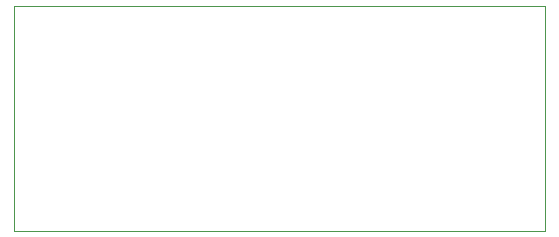
<source format=gbr>
%TF.GenerationSoftware,KiCad,Pcbnew,6.0.0*%
%TF.CreationDate,2023-05-02T17:34:23+02:00*%
%TF.ProjectId,cowstick-ums,636f7773-7469-4636-9b2d-756d732e6b69,2*%
%TF.SameCoordinates,Original*%
%TF.FileFunction,Profile,NP*%
%FSLAX46Y46*%
G04 Gerber Fmt 4.6, Leading zero omitted, Abs format (unit mm)*
G04 Created by KiCad (PCBNEW 6.0.0) date 2023-05-02 17:34:23*
%MOMM*%
%LPD*%
G01*
G04 APERTURE LIST*
%TA.AperFunction,Profile*%
%ADD10C,0.100000*%
%TD*%
G04 APERTURE END LIST*
D10*
X126000000Y-114500000D02*
X171000000Y-114500000D01*
X126000000Y-95500000D02*
X171000000Y-95500000D01*
X171000000Y-114500000D02*
X171000000Y-95500000D01*
X126000000Y-114500000D02*
X126000000Y-95500000D01*
M02*

</source>
